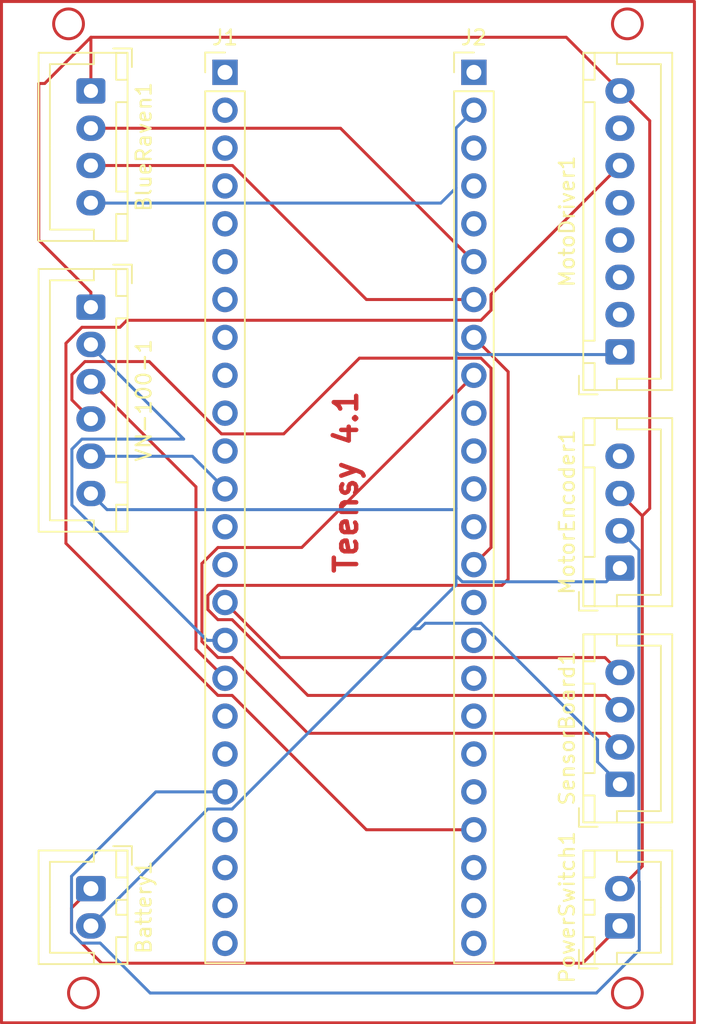
<source format=kicad_pcb>
(kicad_pcb (version 20240108) (generator "pcbnew") (generator_version "8.0")
  (layers (0 "F.Cu" signal) (31 "B.Cu" signal) (34 "B.Paste" user) (35 "F.Paste" user) (36 "B.SilkS" user "B.Silkscreen") (37 "F.SilkS" user "F.Silkscreen") (38 "B.Mask" user) (39 "F.Mask" user) (44 "Edge.Cuts" user))
  (net 0 "")
  (net 21 "GND")
  (net 31 "Net-(J1-Pin_17)")
  (net 32 "Net-(J1-Pin_15)")
  (net 33 "Net-(J1-Pin_16)")
  (net 34 "Net-(J2-Pin_9)")
  (net 35 "Net-(J2-Pin_8)")
  (net 36 "Net-(BlueRaven1-Pin_3)")
  (net 37 "Net-(BlueRaven1-Pin_2)")
  (net 38 "Net-(BlueRaven1-Pin_1)")
  (net 39 "Net-(MotoDriver1-Pin_3)")
  (net 40 "Net-(MotoDriver1-Pin_5)")
  (net 41 "Net-(MotoDriver1-Pin_4)")
  (net 42 "Net-(MotoDriver1-Pin_2)")
  (net 43 "+5V")
  (net 44 "Net-(J1-Pin_21)")
  (net 45 "Net-(J1-Pin_12)")
  (net 46 "Net-(J1-Pin_20)")
  (net 47 "Net-(J2-Pin_4)")
  (net 48 "Net-(J2-Pin_21)")
  (net 49 "Net-(J2-Pin_14)")
  (net 50 "Net-(J2-Pin_24)")
  (net 51 "Net-(J2-Pin_12)")
  (net 52 "Net-(J2-Pin_20)")
  (net 53 "Net-(J2-Pin_13)")
  (footprint "Connector_JST:JST_XH_B4B-XH-A_1x04_P2.50mm_Vertical" (layer "F.Cu") (at 141 73 -90)
    (property "Reference" "BlueRaven1" (at 3.75 -3.55 90) (layer "F.SilkS"))
    (property "Value" "Conn_01x04")
    (fp_line (start -2.56 3.51) (end 10.06 3.51) (stroke (width 0.12)) (layer "F.SilkS"))
    (fp_line (start 10.06 3.51) (end 10.06 -2.46) (stroke (width 0.12)) (layer "F.SilkS"))
    (fp_line (start -1.8 2.75) (end 3.75 2.75) (stroke (width 0.12)) (layer "F.SilkS"))
    (fp_line (start 9.3 2.75) (end 3.75 2.75) (stroke (width 0.12)) (layer "F.SilkS"))
    (fp_line (start -2.55 -0.2) (end -1.8 -0.2) (stroke (width 0.12)) (layer "F.SilkS"))
    (fp_line (start -1.8 -0.2) (end -1.8 2.75) (stroke (width 0.12)) (layer "F.SilkS"))
    (fp_line (start 9.3 -0.2) (end 9.3 2.75) (stroke (width 0.12)) (layer "F.SilkS"))
    (fp_line (start 10.05 -0.2) (end 9.3 -0.2) (stroke (width 0.12)) (layer "F.SilkS"))
    (fp_line (start -2.55 -1.7) (end -0.75 -1.7) (stroke (width 0.12)) (layer "F.SilkS"))
    (fp_line (start -0.75 -1.7) (end -0.75 -2.45) (stroke (width 0.12)) (layer "F.SilkS"))
    (fp_line (start 0.75 -1.7) (end 6.75 -1.7) (stroke (width 0.12)) (layer "F.SilkS"))
    (fp_line (start 6.75 -1.7) (end 6.75 -2.45) (stroke (width 0.12)) (layer "F.SilkS"))
    (fp_line (start 8.25 -1.7) (end 10.05 -1.7) (stroke (width 0.12)) (layer "F.SilkS"))
    (fp_line (start 10.05 -1.7) (end 10.05 -2.45) (stroke (width 0.12)) (layer "F.SilkS"))
    (fp_line (start -2.55 -2.45) (end -2.55 -1.7) (stroke (width 0.12)) (layer "F.SilkS"))
    (fp_line (start -0.75 -2.45) (end -2.55 -2.45) (stroke (width 0.12)) (layer "F.SilkS"))
    (fp_line (start 0.75 -2.45) (end 0.75 -1.7) (stroke (width 0.12)) (layer "F.SilkS"))
    (fp_line (start 6.75 -2.45) (end 0.75 -2.45) (stroke (width 0.12)) (layer "F.SilkS"))
    (fp_line (start 8.25 -2.45) (end 8.25 -1.7) (stroke (width 0.12)) (layer "F.SilkS"))
    (fp_line (start 10.05 -2.45) (end 8.25 -2.45) (stroke (width 0.12)) (layer "F.SilkS"))
    (fp_line (start -2.56 -2.46) (end -2.56 3.51) (stroke (width 0.12)) (layer "F.SilkS"))
    (fp_line (start 10.06 -2.46) (end -2.56 -2.46) (stroke (width 0.12)) (layer "F.SilkS"))
    (fp_line (start -2.85 -2.75) (end -2.85 -1.5) (stroke (width 0.12)) (layer "F.SilkS"))
    (fp_line (start -1.6 -2.75) (end -2.85 -2.75) (stroke (width 0.12)) (layer "F.SilkS"))
    (pad "1" thru_hole roundrect (at 0 0 270) (size 1.7 1.95) (drill 0.95) (layers "*.Cu" "*.Mask") (roundrect_rratio 0.147059) (net 38 "Net-(BlueRaven1-Pin_1)"))
    (pad "2" thru_hole oval (at 2.5 0 270) (size 1.7 1.95) (drill 0.95) (layers "*.Cu" "*.Mask") (net 37 "Net-(BlueRaven1-Pin_2)"))
    (pad "3" thru_hole oval (at 5 0 270) (size 1.7 1.95) (drill 0.95) (layers "*.Cu" "*.Mask") (net 36 "Net-(BlueRaven1-Pin_3)"))
    (pad "4" thru_hole oval (at 7.5 0 270) (size 1.7 1.95) (drill 0.95) (layers "*.Cu" "*.Mask") (net 21 "GND"))
  )
  (footprint "Connector_PinHeader_2.54mm:PinHeader_1x24_P2.54mm_Vertical" (layer "F.Cu") (at 150 71.75)
    (property "Reference" "J1" (at 0 -2.33 0) (layer "F.SilkS"))
    (property "Value" "Conn_01x24_Socket")
    (fp_line (start -1.33 -1.33) (end 0 -1.33) (stroke (width 0.12)) (layer "F.SilkS"))
    (fp_line (start -1.33 0) (end -1.33 -1.33) (stroke (width 0.12)) (layer "F.SilkS"))
    (fp_line (start -1.33 1.27) (end -1.33 59.75) (stroke (width 0.12)) (layer "F.SilkS"))
    (fp_line (start -1.33 1.27) (end 1.33 1.27) (stroke (width 0.12)) (layer "F.SilkS"))
    (fp_line (start -1.33 59.75) (end 1.33 59.75) (stroke (width 0.12)) (layer "F.SilkS"))
    (fp_line (start 1.33 1.27) (end 1.33 59.75) (stroke (width 0.12)) (layer "F.SilkS"))
    (pad "1" thru_hole rect (at 0 0) (size 1.7 1.7) (drill 1) (layers "*.Cu" "*.Mask"))
    (pad "2" thru_hole oval (at 0 2.54) (size 1.7 1.7) (drill 1) (layers "*.Cu" "*.Mask"))
    (pad "3" thru_hole oval (at 0 5.08) (size 1.7 1.7) (drill 1) (layers "*.Cu" "*.Mask"))
    (pad "4" thru_hole oval (at 0 7.62) (size 1.7 1.7) (drill 1) (layers "*.Cu" "*.Mask"))
    (pad "5" thru_hole oval (at 0 10.16) (size 1.7 1.7) (drill 1) (layers "*.Cu" "*.Mask"))
    (pad "6" thru_hole oval (at 0 12.7) (size 1.7 1.7) (drill 1) (layers "*.Cu" "*.Mask"))
    (pad "7" thru_hole oval (at 0 15.24) (size 1.7 1.7) (drill 1) (layers "*.Cu" "*.Mask"))
    (pad "8" thru_hole oval (at 0 17.78) (size 1.7 1.7) (drill 1) (layers "*.Cu" "*.Mask"))
    (pad "9" thru_hole oval (at 0 20.32) (size 1.7 1.7) (drill 1) (layers "*.Cu" "*.Mask"))
    (pad "10" thru_hole oval (at 0 22.86) (size 1.7 1.7) (drill 1) (layers "*.Cu" "*.Mask"))
    (pad "11" thru_hole oval (at 0 25.4) (size 1.7 1.7) (drill 1) (layers "*.Cu" "*.Mask"))
    (pad "12" thru_hole oval (at 0 27.94) (size 1.7 1.7) (drill 1) (layers "*.Cu" "*.Mask") (net 45 "Net-(J1-Pin_12)"))
    (pad "13" thru_hole oval (at 0 30.48) (size 1.7 1.7) (drill 1) (layers "*.Cu" "*.Mask"))
    (pad "14" thru_hole oval (at 0 33.02) (size 1.7 1.7) (drill 1) (layers "*.Cu" "*.Mask"))
    (pad "15" thru_hole oval (at 0 35.56) (size 1.7 1.7) (drill 1) (layers "*.Cu" "*.Mask") (net 32 "Net-(J1-Pin_15)"))
    (pad "16" thru_hole oval (at 0 38.1) (size 1.7 1.7) (drill 1) (layers "*.Cu" "*.Mask") (net 33 "Net-(J1-Pin_16)"))
    (pad "17" thru_hole oval (at 0 40.64) (size 1.7 1.7) (drill 1) (layers "*.Cu" "*.Mask") (net 31 "Net-(J1-Pin_17)"))
    (pad "18" thru_hole oval (at 0 43.18) (size 1.7 1.7) (drill 1) (layers "*.Cu" "*.Mask"))
    (pad "19" thru_hole oval (at 0 45.72) (size 1.7 1.7) (drill 1) (layers "*.Cu" "*.Mask"))
    (pad "20" thru_hole oval (at 0 48.26) (size 1.7 1.7) (drill 1) (layers "*.Cu" "*.Mask") (net 46 "Net-(J1-Pin_20)"))
    (pad "21" thru_hole oval (at 0 50.8) (size 1.7 1.7) (drill 1) (layers "*.Cu" "*.Mask") (net 44 "Net-(J1-Pin_21)"))
    (pad "22" thru_hole oval (at 0 53.34) (size 1.7 1.7) (drill 1) (layers "*.Cu" "*.Mask"))
    (pad "23" thru_hole oval (at 0 55.88) (size 1.7 1.7) (drill 1) (layers "*.Cu" "*.Mask"))
    (pad "24" thru_hole oval (at 0 58.42) (size 1.7 1.7) (drill 1) (layers "*.Cu" "*.Mask"))
  )
  (footprint "Connector_JST:JST_XH_B6B-XH-A_1x06_P2.50mm_Vertical" (layer "F.Cu") (at 141 87.5 -90)
    (property "Reference" "VN-100-1" (at 6.25 -3.55 90) (layer "F.SilkS"))
    (property "Value" "Conn_01x06")
    (fp_line (start -2.56 3.51) (end 15.06 3.51) (stroke (width 0.12)) (layer "F.SilkS"))
    (fp_line (start 15.06 3.51) (end 15.06 -2.46) (stroke (width 0.12)) (layer "F.SilkS"))
    (fp_line (start -1.8 2.75) (end 6.25 2.75) (stroke (width 0.12)) (layer "F.SilkS"))
    (fp_line (start 14.3 2.75) (end 6.25 2.75) (stroke (width 0.12)) (layer "F.SilkS"))
    (fp_line (start -2.55 -0.2) (end -1.8 -0.2) (stroke (width 0.12)) (layer "F.SilkS"))
    (fp_line (start -1.8 -0.2) (end -1.8 2.75) (stroke (width 0.12)) (layer "F.SilkS"))
    (fp_line (start 14.3 -0.2) (end 14.3 2.75) (stroke (width 0.12)) (layer "F.SilkS"))
    (fp_line (start 15.05 -0.2) (end 14.3 -0.2) (stroke (width 0.12)) (layer "F.SilkS"))
    (fp_line (start -2.55 -1.7) (end -0.75 -1.7) (stroke (width 0.12)) (layer "F.SilkS"))
    (fp_line (start -0.75 -1.7) (end -0.75 -2.45) (stroke (width 0.12)) (layer "F.SilkS"))
    (fp_line (start 0.75 -1.7) (end 11.75 -1.7) (stroke (width 0.12)) (layer "F.SilkS"))
    (fp_line (start 11.75 -1.7) (end 11.75 -2.45) (stroke (width 0.12)) (layer "F.SilkS"))
    (fp_line (start 13.25 -1.7) (end 15.05 -1.7) (stroke (width 0.12)) (layer "F.SilkS"))
    (fp_line (start 15.05 -1.7) (end 15.05 -2.45) (stroke (width 0.12)) (layer "F.SilkS"))
    (fp_line (start -2.55 -2.45) (end -2.55 -1.7) (stroke (width 0.12)) (layer "F.SilkS"))
    (fp_line (start -0.75 -2.45) (end -2.55 -2.45) (stroke (width 0.12)) (layer "F.SilkS"))
    (fp_line (start 0.75 -2.45) (end 0.75 -1.7) (stroke (width 0.12)) (layer "F.SilkS"))
    (fp_line (start 11.75 -2.45) (end 0.75 -2.45) (stroke (width 0.12)) (layer "F.SilkS"))
    (fp_line (start 13.25 -2.45) (end 13.25 -1.7) (stroke (width 0.12)) (layer "F.SilkS"))
    (fp_line (start 15.05 -2.45) (end 13.25 -2.45) (stroke (width 0.12)) (layer "F.SilkS"))
    (fp_line (start -2.56 -2.46) (end -2.56 3.51) (stroke (width 0.12)) (layer "F.SilkS"))
    (fp_line (start 15.06 -2.46) (end -2.56 -2.46) (stroke (width 0.12)) (layer "F.SilkS"))
    (fp_line (start -2.85 -2.75) (end -2.85 -1.5) (stroke (width 0.12)) (layer "F.SilkS"))
    (fp_line (start -1.6 -2.75) (end -2.85 -2.75) (stroke (width 0.12)) (layer "F.SilkS"))
    (pad "1" thru_hole roundrect (at 0 0 270) (size 1.7 1.95) (drill 0.95) (layers "*.Cu" "*.Mask") (roundrect_rratio 0.147059) (net 38 "Net-(BlueRaven1-Pin_1)"))
    (pad "2" thru_hole oval (at 2.5 0 270) (size 1.7 1.95) (drill 0.95) (layers "*.Cu" "*.Mask") (net 33 "Net-(J1-Pin_16)"))
    (pad "3" thru_hole oval (at 5 0 270) (size 1.7 1.95) (drill 0.95) (layers "*.Cu" "*.Mask") (net 31 "Net-(J1-Pin_17)"))
    (pad "4" thru_hole oval (at 7.5 0 270) (size 1.7 1.95) (drill 0.95) (layers "*.Cu" "*.Mask") (net 49 "Net-(J2-Pin_14)"))
    (pad "5" thru_hole oval (at 10 0 270) (size 1.7 1.95) (drill 0.95) (layers "*.Cu" "*.Mask") (net 45 "Net-(J1-Pin_12)"))
    (pad "6" thru_hole oval (at 12.5 0 270) (size 1.7 1.95) (drill 0.95) (layers "*.Cu" "*.Mask") (net 21 "GND"))
  )
  (footprint "Connector_JST:JST_XH_B2B-XH-A_1x02_P2.50mm_Vertical" (layer "F.Cu") (at 176.5 129 90)
    (property "Reference" "PowerSwitch1" (at 1.25 -3.55 90) (layer "F.SilkS"))
    (property "Value" "Conn_01x02")
    (fp_line (start -1.6 -2.75) (end -2.85 -2.75) (stroke (width 0.12)) (layer "F.SilkS"))
    (fp_line (start -2.85 -2.75) (end -2.85 -1.5) (stroke (width 0.12)) (layer "F.SilkS"))
    (fp_line (start 5.06 -2.46) (end -2.56 -2.46) (stroke (width 0.12)) (layer "F.SilkS"))
    (fp_line (start -2.56 -2.46) (end -2.56 3.51) (stroke (width 0.12)) (layer "F.SilkS"))
    (fp_line (start 5.05 -2.45) (end 3.25 -2.45) (stroke (width 0.12)) (layer "F.SilkS"))
    (fp_line (start 3.25 -2.45) (end 3.25 -1.7) (stroke (width 0.12)) (layer "F.SilkS"))
    (fp_line (start 1.75 -2.45) (end 0.75 -2.45) (stroke (width 0.12)) (layer "F.SilkS"))
    (fp_line (start 0.75 -2.45) (end 0.75 -1.7) (stroke (width 0.12)) (layer "F.SilkS"))
    (fp_line (start -0.75 -2.45) (end -2.55 -2.45) (stroke (width 0.12)) (layer "F.SilkS"))
    (fp_line (start -2.55 -2.45) (end -2.55 -1.7) (stroke (width 0.12)) (layer "F.SilkS"))
    (fp_line (start 5.05 -1.7) (end 5.05 -2.45) (stroke (width 0.12)) (layer "F.SilkS"))
    (fp_line (start 3.25 -1.7) (end 5.05 -1.7) (stroke (width 0.12)) (layer "F.SilkS"))
    (fp_line (start 1.75 -1.7) (end 1.75 -2.45) (stroke (width 0.12)) (layer "F.SilkS"))
    (fp_line (start 0.75 -1.7) (end 1.75 -1.7) (stroke (width 0.12)) (layer "F.SilkS"))
    (fp_line (start -0.75 -1.7) (end -0.75 -2.45) (stroke (width 0.12)) (layer "F.SilkS"))
    (fp_line (start -2.55 -1.7) (end -0.75 -1.7) (stroke (width 0.12)) (layer "F.SilkS"))
    (fp_line (start 5.05 -0.2) (end 4.3 -0.2) (stroke (width 0.12)) (layer "F.SilkS"))
    (fp_line (start 4.3 -0.2) (end 4.3 2.75) (stroke (width 0.12)) (layer "F.SilkS"))
    (fp_line (start -1.8 -0.2) (end -1.8 2.75) (stroke (width 0.12)) (layer "F.SilkS"))
    (fp_line (start -2.55 -0.2) (end -1.8 -0.2) (stroke (width 0.12)) (layer "F.SilkS"))
    (fp_line (start 4.3 2.75) (end 1.25 2.75) (stroke (width 0.12)) (layer "F.SilkS"))
    (fp_line (start -1.8 2.75) (end 1.25 2.75) (stroke (width 0.12)) (layer "F.SilkS"))
    (fp_line (start 5.06 3.51) (end 5.06 -2.46) (stroke (width 0.12)) (layer "F.SilkS"))
    (fp_line (start -2.56 3.51) (end 5.06 3.51) (stroke (width 0.12)) (layer "F.SilkS"))
    (pad "1" thru_hole roundrect (at 0 0 90) (size 1.7 2) (drill 1) (layers "*.Cu" "*.Mask") (roundrect_rratio 0.147059) (net 43 "+5V"))
    (pad "2" thru_hole oval (at 2.5 0 90) (size 1.7 2) (drill 1) (layers "*.Cu" "*.Mask") (net 38 "Net-(BlueRaven1-Pin_1)"))
  )
  (footprint "Connector_JST:JST_XH_B4B-XH-A_1x04_P2.50mm_Vertical" (layer "F.Cu") (at 176.5 119.5 90)
    (property "Reference" "SensorBoard1" (at 3.75 -3.55 90) (layer "F.SilkS"))
    (property "Value" "Conn_01x04")
    (fp_line (start -1.6 -2.75) (end -2.85 -2.75) (stroke (width 0.12)) (layer "F.SilkS"))
    (fp_line (start -2.85 -2.75) (end -2.85 -1.5) (stroke (width 0.12)) (layer "F.SilkS"))
    (fp_line (start 10.06 -2.46) (end -2.56 -2.46) (stroke (width 0.12)) (layer "F.SilkS"))
    (fp_line (start -2.56 -2.46) (end -2.56 3.51) (stroke (width 0.12)) (layer "F.SilkS"))
    (fp_line (start 10.05 -2.45) (end 8.25 -2.45) (stroke (width 0.12)) (layer "F.SilkS"))
    (fp_line (start 8.25 -2.45) (end 8.25 -1.7) (stroke (width 0.12)) (layer "F.SilkS"))
    (fp_line (start 6.75 -2.45) (end 0.75 -2.45) (stroke (width 0.12)) (layer "F.SilkS"))
    (fp_line (start 0.75 -2.45) (end 0.75 -1.7) (stroke (width 0.12)) (layer "F.SilkS"))
    (fp_line (start -0.75 -2.45) (end -2.55 -2.45) (stroke (width 0.12)) (layer "F.SilkS"))
    (fp_line (start -2.55 -2.45) (end -2.55 -1.7) (stroke (width 0.12)) (layer "F.SilkS"))
    (fp_line (start 10.05 -1.7) (end 10.05 -2.45) (stroke (width 0.12)) (layer "F.SilkS"))
    (fp_line (start 8.25 -1.7) (end 10.05 -1.7) (stroke (width 0.12)) (layer "F.SilkS"))
    (fp_line (start 6.75 -1.7) (end 6.75 -2.45) (stroke (width 0.12)) (layer "F.SilkS"))
    (fp_line (start 0.75 -1.7) (end 6.75 -1.7) (stroke (width 0.12)) (layer "F.SilkS"))
    (fp_line (start -0.75 -1.7) (end -0.75 -2.45) (stroke (width 0.12)) (layer "F.SilkS"))
    (fp_line (start -2.55 -1.7) (end -0.75 -1.7) (stroke (width 0.12)) (layer "F.SilkS"))
    (fp_line (start 10.05 -0.2) (end 9.3 -0.2) (stroke (width 0.12)) (layer "F.SilkS"))
    (fp_line (start 9.3 -0.2) (end 9.3 2.75) (stroke (width 0.12)) (layer "F.SilkS"))
    (fp_line (start -1.8 -0.2) (end -1.8 2.75) (stroke (width 0.12)) (layer "F.SilkS"))
    (fp_line (start -2.55 -0.2) (end -1.8 -0.2) (stroke (width 0.12)) (layer "F.SilkS"))
    (fp_line (start 9.3 2.75) (end 3.75 2.75) (stroke (width 0.12)) (layer "F.SilkS"))
    (fp_line (start -1.8 2.75) (end 3.75 2.75) (stroke (width 0.12)) (layer "F.SilkS"))
    (fp_line (start 10.06 3.51) (end 10.06 -2.46) (stroke (width 0.12)) (layer "F.SilkS"))
    (fp_line (start -2.56 3.51) (end 10.06 3.51) (stroke (width 0.12)) (layer "F.SilkS"))
    (pad "1" thru_hole roundrect (at 0 0 90) (size 1.7 1.95) (drill 0.95) (layers "*.Cu" "*.Mask") (roundrect_rratio 0.147059) (net 21 "GND"))
    (pad "2" thru_hole oval (at 2.5 0 90) (size 1.7 1.95) (drill 0.95) (layers "*.Cu" "*.Mask") (net 34 "Net-(J2-Pin_9)"))
    (pad "3" thru_hole oval (at 5 0 90) (size 1.7 1.95) (drill 0.95) (layers "*.Cu" "*.Mask") (net 35 "Net-(J2-Pin_8)"))
    (pad "4" thru_hole oval (at 7.5 0 90) (size 1.7 1.95) (drill 0.95) (layers "*.Cu" "*.Mask") (net 32 "Net-(J1-Pin_15)"))
  )
  (footprint "Connector_JST:JST_XH_B4B-XH-A_1x04_P2.50mm_Vertical" (layer "F.Cu") (at 176.5 105 90)
    (property "Reference" "MotorEncoder1" (at 3.75 -3.55 90) (layer "F.SilkS"))
    (property "Value" "Conn_01x04")
    (fp_line (start -1.6 -2.75) (end -2.85 -2.75) (stroke (width 0.12)) (layer "F.SilkS"))
    (fp_line (start -2.85 -2.75) (end -2.85 -1.5) (stroke (width 0.12)) (layer "F.SilkS"))
    (fp_line (start 10.06 -2.46) (end -2.56 -2.46) (stroke (width 0.12)) (layer "F.SilkS"))
    (fp_line (start -2.56 -2.46) (end -2.56 3.51) (stroke (width 0.12)) (layer "F.SilkS"))
    (fp_line (start 10.05 -2.45) (end 8.25 -2.45) (stroke (width 0.12)) (layer "F.SilkS"))
    (fp_line (start 8.25 -2.45) (end 8.25 -1.7) (stroke (width 0.12)) (layer "F.SilkS"))
    (fp_line (start 6.75 -2.45) (end 0.75 -2.45) (stroke (width 0.12)) (layer "F.SilkS"))
    (fp_line (start 0.75 -2.45) (end 0.75 -1.7) (stroke (width 0.12)) (layer "F.SilkS"))
    (fp_line (start -0.75 -2.45) (end -2.55 -2.45) (stroke (width 0.12)) (layer "F.SilkS"))
    (fp_line (start -2.55 -2.45) (end -2.55 -1.7) (stroke (width 0.12)) (layer "F.SilkS"))
    (fp_line (start 10.05 -1.7) (end 10.05 -2.45) (stroke (width 0.12)) (layer "F.SilkS"))
    (fp_line (start 8.25 -1.7) (end 10.05 -1.7) (stroke (width 0.12)) (layer "F.SilkS"))
    (fp_line (start 6.75 -1.7) (end 6.75 -2.45) (stroke (width 0.12)) (layer "F.SilkS"))
    (fp_line (start 0.75 -1.7) (end 6.75 -1.7) (stroke (width 0.12)) (layer "F.SilkS"))
    (fp_line (start -0.75 -1.7) (end -0.75 -2.45) (stroke (width 0.12)) (layer "F.SilkS"))
    (fp_line (start -2.55 -1.7) (end -0.75 -1.7) (stroke (width 0.12)) (layer "F.SilkS"))
    (fp_line (start 10.05 -0.2) (end 9.3 -0.2) (stroke (width 0.12)) (layer "F.SilkS"))
    (fp_line (start 9.3 -0.2) (end 9.3 2.75) (stroke (width 0.12)) (layer "F.SilkS"))
    (fp_line (start -1.8 -0.2) (end -1.8 2.75) (stroke (width 0.12)) (layer "F.SilkS"))
    (fp_line (start -2.55 -0.2) (end -1.8 -0.2) (stroke (width 0.12)) (layer "F.SilkS"))
    (fp_line (start 9.3 2.75) (end 3.75 2.75) (stroke (width 0.12)) (layer "F.SilkS"))
    (fp_line (start -1.8 2.75) (end 3.75 2.75) (stroke (width 0.12)) (layer "F.SilkS"))
    (fp_line (start 10.06 3.51) (end 10.06 -2.46) (stroke (width 0.12)) (layer "F.SilkS"))
    (fp_line (start -2.56 3.51) (end 10.06 3.51) (stroke (width 0.12)) (layer "F.SilkS"))
    (pad "1" thru_hole roundrect (at 0 0 90) (size 1.7 1.95) (drill 0.95) (layers "*.Cu" "*.Mask") (roundrect_rratio 0.147059) (net 21 "GND"))
    (pad "2" thru_hole oval (at 2.5 0 90) (size 1.7 1.95) (drill 0.95) (layers "*.Cu" "*.Mask") (net 46 "Net-(J1-Pin_20)"))
    (pad "3" thru_hole oval (at 5 0 90) (size 1.7 1.95) (drill 0.95) (layers "*.Cu" "*.Mask") (net 38 "Net-(BlueRaven1-Pin_1)"))
    (pad "4" thru_hole oval (at 7.5 0 90) (size 1.7 1.95) (drill 0.95) (layers "*.Cu" "*.Mask") (net 44 "Net-(J1-Pin_21)"))
  )
  (footprint "Connector_PinHeader_2.54mm:PinHeader_1x24_P2.54mm_Vertical" (layer "F.Cu") (at 166.7 71.75)
    (property "Reference" "J2" (at 0 -2.33 0) (layer "F.SilkS"))
    (property "Value" "Conn_01x24_Socket")
    (fp_line (start -1.33 -1.33) (end 0 -1.33) (stroke (width 0.12)) (layer "F.SilkS"))
    (fp_line (start -1.33 0) (end -1.33 -1.33) (stroke (width 0.12)) (layer "F.SilkS"))
    (fp_line (start -1.33 1.27) (end -1.33 59.75) (stroke (width 0.12)) (layer "F.SilkS"))
    (fp_line (start -1.33 1.27) (end 1.33 1.27) (stroke (width 0.12)) (layer "F.SilkS"))
    (fp_line (start -1.33 59.75) (end 1.33 59.75) (stroke (width 0.12)) (layer "F.SilkS"))
    (fp_line (start 1.33 1.27) (end 1.33 59.75) (stroke (width 0.12)) (layer "F.SilkS"))
    (pad "1" thru_hole rect (at 0 0) (size 1.7 1.7) (drill 1) (layers "*.Cu" "*.Mask") (net 38 "Net-(BlueRaven1-Pin_1)"))
    (pad "2" thru_hole oval (at 0 2.54) (size 1.7 1.7) (drill 1) (layers "*.Cu" "*.Mask") (net 21 "GND"))
    (pad "3" thru_hole oval (at 0 5.08) (size 1.7 1.7) (drill 1) (layers "*.Cu" "*.Mask"))
    (pad "4" thru_hole oval (at 0 7.62) (size 1.7 1.7) (drill 1) (layers "*.Cu" "*.Mask") (net 47 "Net-(J2-Pin_4)"))
    (pad "5" thru_hole oval (at 0 10.16) (size 1.7 1.7) (drill 1) (layers "*.Cu" "*.Mask"))
    (pad "6" thru_hole oval (at 0 12.7) (size 1.7 1.7) (drill 1) (layers "*.Cu" "*.Mask") (net 37 "Net-(BlueRaven1-Pin_2)"))
    (pad "7" thru_hole oval (at 0 15.24) (size 1.7 1.7) (drill 1) (layers "*.Cu" "*.Mask") (net 36 "Net-(BlueRaven1-Pin_3)"))
    (pad "8" thru_hole oval (at 0 17.78) (size 1.7 1.7) (drill 1) (layers "*.Cu" "*.Mask") (net 35 "Net-(J2-Pin_8)"))
    (pad "9" thru_hole oval (at 0 20.32) (size 1.7 1.7) (drill 1) (layers "*.Cu" "*.Mask") (net 34 "Net-(J2-Pin_9)"))
    (pad "10" thru_hole oval (at 0 22.86) (size 1.7 1.7) (drill 1) (layers "*.Cu" "*.Mask"))
    (pad "11" thru_hole oval (at 0 25.4) (size 1.7 1.7) (drill 1) (layers "*.Cu" "*.Mask"))
    (pad "12" thru_hole oval (at 0 27.94) (size 1.7 1.7) (drill 1) (layers "*.Cu" "*.Mask") (net 51 "Net-(J2-Pin_12)"))
    (pad "13" thru_hole oval (at 0 30.48) (size 1.7 1.7) (drill 1) (layers "*.Cu" "*.Mask") (net 53 "Net-(J2-Pin_13)"))
    (pad "14" thru_hole oval (at 0 33.02) (size 1.7 1.7) (drill 1) (layers "*.Cu" "*.Mask") (net 49 "Net-(J2-Pin_14)"))
    (pad "15" thru_hole oval (at 0 35.56) (size 1.7 1.7) (drill 1) (layers "*.Cu" "*.Mask"))
    (pad "16" thru_hole oval (at 0 38.1) (size 1.7 1.7) (drill 1) (layers "*.Cu" "*.Mask"))
    (pad "17" thru_hole oval (at 0 40.64) (size 1.7 1.7) (drill 1) (layers "*.Cu" "*.Mask"))
    (pad "18" thru_hole oval (at 0 43.18) (size 1.7 1.7) (drill 1) (layers "*.Cu" "*.Mask"))
    (pad "19" thru_hole oval (at 0 45.72) (size 1.7 1.7) (drill 1) (layers "*.Cu" "*.Mask"))
    (pad "20" thru_hole oval (at 0 48.26) (size 1.7 1.7) (drill 1) (layers "*.Cu" "*.Mask") (net 52 "Net-(J2-Pin_20)"))
    (pad "21" thru_hole oval (at 0 50.8) (size 1.7 1.7) (drill 1) (layers "*.Cu" "*.Mask") (net 48 "Net-(J2-Pin_21)"))
    (pad "22" thru_hole oval (at 0 53.34) (size 1.7 1.7) (drill 1) (layers "*.Cu" "*.Mask"))
    (pad "23" thru_hole oval (at 0 55.88) (size 1.7 1.7) (drill 1) (layers "*.Cu" "*.Mask"))
    (pad "24" thru_hole oval (at 0 58.42) (size 1.7 1.7) (drill 1) (layers "*.Cu" "*.Mask") (net 50 "Net-(J2-Pin_24)"))
  )
  (footprint "Connector_JST:JST_XH_B8B-XH-A_1x08_P2.50mm_Vertical" (layer "F.Cu") (at 176.5 90.5 90)
    (property "Reference" "MotoDriver1" (at 8.75 -3.55 90) (layer "F.SilkS"))
    (property "Value" "Conn_01x08")
    (fp_line (start -1.6 -2.75) (end -2.85 -2.75) (stroke (width 0.12)) (layer "F.SilkS"))
    (fp_line (start -2.85 -2.75) (end -2.85 -1.5) (stroke (width 0.12)) (layer "F.SilkS"))
    (fp_line (start 20.06 -2.46) (end -2.56 -2.46) (stroke (width 0.12)) (layer "F.SilkS"))
    (fp_line (start -2.56 -2.46) (end -2.56 3.51) (stroke (width 0.12)) (layer "F.SilkS"))
    (fp_line (start 20.05 -2.45) (end 18.25 -2.45) (stroke (width 0.12)) (layer "F.SilkS"))
    (fp_line (start 18.25 -2.45) (end 18.25 -1.7) (stroke (width 0.12)) (layer "F.SilkS"))
    (fp_line (start 16.75 -2.45) (end 0.75 -2.45) (stroke (width 0.12)) (layer "F.SilkS"))
    (fp_line (start 0.75 -2.45) (end 0.75 -1.7) (stroke (width 0.12)) (layer "F.SilkS"))
    (fp_line (start -0.75 -2.45) (end -2.55 -2.45) (stroke (width 0.12)) (layer "F.SilkS"))
    (fp_line (start -2.55 -2.45) (end -2.55 -1.7) (stroke (width 0.12)) (layer "F.SilkS"))
    (fp_line (start 20.05 -1.7) (end 20.05 -2.45) (stroke (width 0.12)) (layer "F.SilkS"))
    (fp_line (start 18.25 -1.7) (end 20.05 -1.7) (stroke (width 0.12)) (layer "F.SilkS"))
    (fp_line (start 16.75 -1.7) (end 16.75 -2.45) (stroke (width 0.12)) (layer "F.SilkS"))
    (fp_line (start 0.75 -1.7) (end 16.75 -1.7) (stroke (width 0.12)) (layer "F.SilkS"))
    (fp_line (start -0.75 -1.7) (end -0.75 -2.45) (stroke (width 0.12)) (layer "F.SilkS"))
    (fp_line (start -2.55 -1.7) (end -0.75 -1.7) (stroke (width 0.12)) (layer "F.SilkS"))
    (fp_line (start 20.05 -0.2) (end 19.3 -0.2) (stroke (width 0.12)) (layer "F.SilkS"))
    (fp_line (start 19.3 -0.2) (end 19.3 2.75) (stroke (width 0.12)) (layer "F.SilkS"))
    (fp_line (start -1.8 -0.2) (end -1.8 2.75) (stroke (width 0.12)) (layer "F.SilkS"))
    (fp_line (start -2.55 -0.2) (end -1.8 -0.2) (stroke (width 0.12)) (layer "F.SilkS"))
    (fp_line (start 19.3 2.75) (end 8.75 2.75) (stroke (width 0.12)) (layer "F.SilkS"))
    (fp_line (start -1.8 2.75) (end 8.75 2.75) (stroke (width 0.12)) (layer "F.SilkS"))
    (fp_line (start 20.06 3.51) (end 20.06 -2.46) (stroke (width 0.12)) (layer "F.SilkS"))
    (fp_line (start -2.56 3.51) (end 20.06 3.51) (stroke (width 0.12)) (layer "F.SilkS"))
    (pad "1" thru_hole roundrect (at 0 0 90) (size 1.7 1.95) (drill 0.95) (layers "*.Cu" "*.Mask") (roundrect_rratio 0.147059) (net 21 "GND"))
    (pad "2" thru_hole oval (at 2.5 0 90) (size 1.7 1.95) (drill 0.95) (layers "*.Cu" "*.Mask") (net 42 "Net-(MotoDriver1-Pin_2)"))
    (pad "3" thru_hole oval (at 5 0 90) (size 1.7 1.95) (drill 0.95) (layers "*.Cu" "*.Mask") (net 39 "Net-(MotoDriver1-Pin_3)"))
    (pad "4" thru_hole oval (at 7.5 0 90) (size 1.7 1.95) (drill 0.95) (layers "*.Cu" "*.Mask") (net 41 "Net-(MotoDriver1-Pin_4)"))
    (pad "5" thru_hole oval (at 10 0 90) (size 1.7 1.95) (drill 0.95) (layers "*.Cu" "*.Mask") (net 40 "Net-(MotoDriver1-Pin_5)"))
    (pad "6" thru_hole oval (at 12.5 0 90) (size 1.7 1.95) (drill 0.95) (layers "*.Cu" "*.Mask") (net 48 "Net-(J2-Pin_21)"))
    (pad "7" thru_hole oval (at 15 0 90) (size 1.7 1.95) (drill 0.95) (layers "*.Cu" "*.Mask") (net 50 "Net-(J2-Pin_24)"))
    (pad "8" thru_hole oval (at 17.5 0 90) (size 1.7 1.95) (drill 0.95) (layers "*.Cu" "*.Mask") (net 38 "Net-(BlueRaven1-Pin_1)"))
  )
  (footprint "Connector_JST:JST_XH_B2B-XH-A_1x02_P2.50mm_Vertical" (layer "F.Cu") (at 141 126.5 -90)
    (property "Reference" "Battery1" (at 1.25 -3.55 90) (layer "F.SilkS"))
    (property "Value" "Conn_01x02")
    (fp_line (start -2.56 3.51) (end 5.06 3.51) (stroke (width 0.12)) (layer "F.SilkS"))
    (fp_line (start 5.06 3.51) (end 5.06 -2.46) (stroke (width 0.12)) (layer "F.SilkS"))
    (fp_line (start -1.8 2.75) (end 1.25 2.75) (stroke (width 0.12)) (layer "F.SilkS"))
    (fp_line (start 4.3 2.75) (end 1.25 2.75) (stroke (width 0.12)) (layer "F.SilkS"))
    (fp_line (start -2.55 -0.2) (end -1.8 -0.2) (stroke (width 0.12)) (layer "F.SilkS"))
    (fp_line (start -1.8 -0.2) (end -1.8 2.75) (stroke (width 0.12)) (layer "F.SilkS"))
    (fp_line (start 4.3 -0.2) (end 4.3 2.75) (stroke (width 0.12)) (layer "F.SilkS"))
    (fp_line (start 5.05 -0.2) (end 4.3 -0.2) (stroke (width 0.12)) (layer "F.SilkS"))
    (fp_line (start -2.55 -1.7) (end -0.75 -1.7) (stroke (width 0.12)) (layer "F.SilkS"))
    (fp_line (start -0.75 -1.7) (end -0.75 -2.45) (stroke (width 0.12)) (layer "F.SilkS"))
    (fp_line (start 0.75 -1.7) (end 1.75 -1.7) (stroke (width 0.12)) (layer "F.SilkS"))
    (fp_line (start 1.75 -1.7) (end 1.75 -2.45) (stroke (width 0.12)) (layer "F.SilkS"))
    (fp_line (start 3.25 -1.7) (end 5.05 -1.7) (stroke (width 0.12)) (layer "F.SilkS"))
    (fp_line (start 5.05 -1.7) (end 5.05 -2.45) (stroke (width 0.12)) (layer "F.SilkS"))
    (fp_line (start -2.55 -2.45) (end -2.55 -1.7) (stroke (width 0.12)) (layer "F.SilkS"))
    (fp_line (start -0.75 -2.45) (end -2.55 -2.45) (stroke (width 0.12)) (layer "F.SilkS"))
    (fp_line (start 0.75 -2.45) (end 0.75 -1.7) (stroke (width 0.12)) (layer "F.SilkS"))
    (fp_line (start 1.75 -2.45) (end 0.75 -2.45) (stroke (width 0.12)) (layer "F.SilkS"))
    (fp_line (start 3.25 -2.45) (end 3.25 -1.7) (stroke (width 0.12)) (layer "F.SilkS"))
    (fp_line (start 5.05 -2.45) (end 3.25 -2.45) (stroke (width 0.12)) (layer "F.SilkS"))
    (fp_line (start -2.56 -2.46) (end -2.56 3.51) (stroke (width 0.12)) (layer "F.SilkS"))
    (fp_line (start 5.06 -2.46) (end -2.56 -2.46) (stroke (width 0.12)) (layer "F.SilkS"))
    (fp_line (start -2.85 -2.75) (end -2.85 -1.5) (stroke (width 0.12)) (layer "F.SilkS"))
    (fp_line (start -1.6 -2.75) (end -2.85 -2.75) (stroke (width 0.12)) (layer "F.SilkS"))
    (pad "1" thru_hole roundrect (at 0 0 270) (size 1.7 2) (drill 1) (layers "*.Cu" "*.Mask") (roundrect_rratio 0.147059) (net 43 "+5V"))
    (pad "2" thru_hole oval (at 2.5 0 270) (size 1.7 2) (drill 1) (layers "*.Cu" "*.Mask") (net 21 "GND"))
  )
  (gr_circle (center 177 68.5) (end 178 68.5) (stroke (width 0.2)) (fill none) (layer "F.Cu"))
  (gr_circle (center 177 133.5) (end 178 133.5) (stroke (width 0.2)) (fill none) (layer "F.Cu"))
  (gr_rect (start 135 67) (end 181.5 135.5) (stroke (width 0.2)) (fill none) (layer "F.Cu") (net 38))
  (gr_circle (center 139.5 68.5) (end 138.5 68.5) (stroke (width 0.2)) (fill none) (layer "F.Cu") (net 38))
  (gr_circle (center 140.5 133.5) (end 139.5 133.5) (stroke (width 0.2)) (fill none) (layer "F.Cu"))
  (gr_text "Teensy 4.1" (at 159 105.5 90) (layer "F.Cu") (effects (font (size 1.5 1.5) (thickness 0.3) (bold yes)) (justify left bottom)))
  (segment (start 165.5 105.5) (end 165.5 101) (width 0.2) (layer "B.Cu") (net 21))
  (segment (start 176.5 105) (end 175.58 105.92) (width 0.2) (layer "B.Cu") (net 21))
  (segment (start 165.5 79.5) (end 165.5 75.49) (width 0.2) (layer "B.Cu") (net 21))
  (segment (start 165.5 90.5) (end 165.5 79.5) (width 0.2) (layer "B.Cu") (net 21))
  (segment (start 165.42 101.08) (end 165.5 101) (width 0.2) (layer "B.Cu") (net 21))
  (segment (start 141.02 80.52) (end 164.48 80.52) (width 0.2) (layer "B.Cu") (net 21))
  (segment (start 148.84 121.16) (end 150.476346 121.16) (width 0.2) (layer "B.Cu") (net 21))
  (segment (start 162.568173 109.068173) (end 165.5 106.136346) (width 0.2) (layer "B.Cu") (net 21))
  (segment (start 141 80.5) (end 141.02 80.52) (width 0.2) (layer "B.Cu") (net 21))
  (segment (start 164.48 80.52) (end 165.5 79.5) (width 0.2) (layer "B.Cu") (net 21))
  (segment (start 175 116.523654) (end 175 118) (width 0.2) (layer "B.Cu") (net 21))
  (segment (start 141 100) (end 142.08 101.08) (width 0.2) (layer "B.Cu") (net 21))
  (segment (start 165.68 90.68) (end 165.5 90.5) (width 0.2) (layer "B.Cu") (net 21))
  (segment (start 163.436346 108.7) (end 167.176346 108.7) (width 0.2) (layer "B.Cu") (net 21))
  (segment (start 176.5 90.5) (end 176.32 90.68) (width 0.2) (layer "B.Cu") (net 21))
  (segment (start 165.5 75.49) (end 166.7 74.29) (width 0.2) (layer "B.Cu") (net 21))
  (segment (start 142.08 101.08) (end 165.42 101.08) (width 0.2) (layer "B.Cu") (net 21))
  (segment (start 176.32 90.68) (end 165.68 90.68) (width 0.2) (layer "B.Cu") (net 21))
  (segment (start 165.92 105.92) (end 165.5 105.5) (width 0.2) (layer "B.Cu") (net 21))
  (segment (start 163.068173 109.068173) (end 163.436346 108.7) (width 0.2) (layer "B.Cu") (net 21))
  (segment (start 141 129) (end 148.84 121.16) (width 0.2) (layer "B.Cu") (net 21))
  (segment (start 167.176346 108.7) (end 175 116.523654) (width 0.2) (layer "B.Cu") (net 21))
  (segment (start 175 118) (end 176.5 119.5) (width 0.2) (layer "B.Cu") (net 21))
  (segment (start 165.5 101) (end 165.5 90.5) (width 0.2) (layer "B.Cu") (net 21))
  (segment (start 175.58 105.92) (end 165.92 105.92) (width 0.2) (layer "B.Cu") (net 21))
  (segment (start 150.476346 121.16) (end 162.568173 109.068173) (width 0.2) (layer "B.Cu") (net 21))
  (segment (start 165.5 106.136346) (end 165.5 105.5) (width 0.2) (layer "B.Cu") (net 21))
  (segment (start 162.568173 109.068173) (end 163.068173 109.068173) (width 0.2) (layer "B.Cu") (net 21))
  (segment (start 148.05 99.55) (end 148.05 110.44) (width 0.2) (layer "F.Cu") (net 31))
  (segment (start 148.05 110.44) (end 150 112.39) (width 0.2) (layer "F.Cu") (net 31))
  (segment (start 141 92.5) (end 148.05 99.55) (width 0.2) (layer "F.Cu") (net 31))
  (segment (start 153.69 111) (end 150 107.31) (width 0.2) (layer "F.Cu") (net 32))
  (segment (start 175.5 111) (end 153.69 111) (width 0.2) (layer "F.Cu") (net 32))
  (segment (start 176.5 112) (end 175.5 111) (width 0.2) (layer "F.Cu") (net 32))
  (segment (start 140.398654 96.35) (end 139.725 97.023654) (width 0.2) (layer "B.Cu") (net 33))
  (segment (start 147.225 96.35) (end 140.398654 96.35) (width 0.2) (layer "B.Cu") (net 33))
  (segment (start 141 90.125) (end 147.225 96.35) (width 0.2) (layer "B.Cu") (net 33))
  (segment (start 141 90) (end 141 90.125) (width 0.2) (layer "B.Cu") (net 33))
  (segment (start 139.725 100.777081) (end 148.797919 109.85) (width 0.2) (layer "B.Cu") (net 33))
  (segment (start 148.797919 109.85) (end 150 109.85) (width 0.2) (layer "B.Cu") (net 33))
  (segment (start 139.725 97.023654) (end 139.725 100.777081) (width 0.2) (layer "B.Cu") (net 33))
  (segment (start 155.556346 116.08) (end 150.476346 111) (width 0.2) (layer "F.Cu") (net 34))
  (segment (start 150.476346 111) (end 149.523654 111) (width 0.2) (layer "F.Cu") (net 34))
  (segment (start 149.523654 111) (end 148.45 109.926346) (width 0.2) (layer "F.Cu") (net 34))
  (segment (start 176.5 117) (end 175.58 116.08) (width 0.2) (layer "F.Cu") (net 34))
  (segment (start 149.523654 103.62) (end 155.15 103.62) (width 0.2) (layer "F.Cu") (net 34))
  (segment (start 148.45 104.693654) (end 149.523654 103.62) (width 0.2) (layer "F.Cu") (net 34))
  (segment (start 148.45 109.926346) (end 148.45 104.693654) (width 0.2) (layer "F.Cu") (net 34))
  (segment (start 175.58 116.08) (end 155.556346 116.08) (width 0.2) (layer "F.Cu") (net 34))
  (segment (start 155.15 103.62) (end 166.7 92.07) (width 0.2) (layer "F.Cu") (net 34))
  (segment (start 169 91.83) (end 166.7 89.53) (width 0.2) (layer "F.Cu") (net 35))
  (segment (start 176.5 114.5) (end 175.54 113.54) (width 0.2) (layer "F.Cu") (net 35))
  (segment (start 149.523654 106.16) (end 168.588654 106.16) (width 0.2) (layer "F.Cu") (net 35))
  (segment (start 168.588654 106.16) (end 169 105.748654) (width 0.2) (layer "F.Cu") (net 35))
  (segment (start 149.523654 108.46) (end 148.85 107.786346) (width 0.2) (layer "F.Cu") (net 35))
  (segment (start 175.54 113.54) (end 155.556346 113.54) (width 0.2) (layer "F.Cu") (net 35))
  (segment (start 150.476346 108.46) (end 149.523654 108.46) (width 0.2) (layer "F.Cu") (net 35))
  (segment (start 148.85 107.786346) (end 148.85 106.833654) (width 0.2) (layer "F.Cu") (net 35))
  (segment (start 155.556346 113.54) (end 150.476346 108.46) (width 0.2) (layer "F.Cu") (net 35))
  (segment (start 148.85 106.833654) (end 149.523654 106.16) (width 0.2) (layer "F.Cu") (net 35))
  (segment (start 169 105.748654) (end 169 91.83) (width 0.2) (layer "F.Cu") (net 35))
  (segment (start 159.49 86.99) (end 166.7 86.99) (width 0.2) (layer "F.Cu") (net 36))
  (segment (start 150.5 78) (end 159.49 86.99) (width 0.2) (layer "F.Cu") (net 36))
  (segment (start 141 78) (end 150.5 78) (width 0.2) (layer "F.Cu") (net 36))
  (segment (start 157.75 75.5) (end 166.7 84.45) (width 0.2) (layer "F.Cu") (net 37))
  (segment (start 141 75.5) (end 157.75 75.5) (width 0.2) (layer "F.Cu") (net 37))
  (segment (start 178 125) (end 178 101.5) (width 0.2) (layer "F.Cu") (net 38))
  (segment (start 137.9 72.5) (end 137.5 72.5) (width 0.2) (layer "F.Cu") (net 38))
  (segment (start 137.5 72.5) (end 137.5 83) (width 0.2) (layer "F.Cu") (net 38))
  (segment (start 141 86.5) (end 141 87.5) (width 0.2) (layer "F.Cu") (net 38))
  (segment (start 178.5 101) (end 178.5 75) (width 0.2) (layer "F.Cu") (net 38))
  (segment (start 178.5 75) (end 172.9 69.4) (width 0.2) (layer "F.Cu") (net 38))
  (segment (start 141 69.4) (end 141 73) (width 0.2) (layer "F.Cu") (net 38))
  (segment (start 141 69.4) (end 137.9 72.5) (width 0.2) (layer "F.Cu") (net 38))
  (segment (start 172.9 69.4) (end 141 69.4) (width 0.2) (layer "F.Cu") (net 38))
  (segment (start 178 101.5) (end 176.5 100) (width 0.2) (layer "F.Cu") (net 38))
  (segment (start 176.5 126.5) (end 178 125) (width 0.2) (layer "F.Cu") (net 38))
  (segment (start 178.5 75) (end 176.5 73) (width 0.2) (layer "F.Cu") (net 38))
  (segment (start 178 101.5) (end 178.5 101) (width 0.2) (layer "F.Cu") (net 38))
  (segment (start 137.5 83) (end 141 86.5) (width 0.2) (layer "F.Cu") (net 38))
  (segment (start 141 126.5) (end 139.7 127.8) (width 0.2) (layer "F.Cu") (net 43))
  (segment (start 139.7 127.8) (end 139.7 129.476346) (width 0.2) (layer "F.Cu") (net 43))
  (segment (start 174 131.5) (end 176.5 129) (width 0.2) (layer "F.Cu") (net 43))
  (segment (start 141.723654 131.5) (end 174 131.5) (width 0.2) (layer "F.Cu") (net 43))
  (segment (start 139.7 129.476346) (end 141.723654 131.5) (width 0.2) (layer "F.Cu") (net 43))
  (segment (start 141 97.5) (end 147.81 97.5) (width 0.2) (layer "B.Cu") (net 45))
  (segment (start 147.81 97.5) (end 150 99.69) (width 0.2) (layer "B.Cu") (net 45))
  (segment (start 177.8 130.621346) (end 174.921346 133.5) (width 0.2) (layer "B.Cu") (net 46))
  (segment (start 145.355256 120.01) (end 150 120.01) (width 0.2) (layer "B.Cu") (net 46))
  (segment (start 144.976346 133.5) (end 141.626346 130.15) (width 0.2) (layer "B.Cu") (net 46))
  (segment (start 141.626346 130.15) (end 140.373654 130.15) (width 0.2) (layer "B.Cu") (net 46))
  (segment (start 177.775 103.775) (end 177.775 125.998654) (width 0.2) (layer "B.Cu") (net 46))
  (segment (start 176.5 102.5) (end 177.775 103.775) (width 0.2) (layer "B.Cu") (net 46))
  (segment (start 177.8 126.023654) (end 177.8 130.621346) (width 0.2) (layer "B.Cu") (net 46))
  (segment (start 177.775 125.998654) (end 177.8 126.023654) (width 0.2) (layer "B.Cu") (net 46))
  (segment (start 139.7 129.476346) (end 139.7 125.665256) (width 0.2) (layer "B.Cu") (net 46))
  (segment (start 174.921346 133.5) (end 144.976346 133.5) (width 0.2) (layer "B.Cu") (net 46))
  (segment (start 139.7 125.665256) (end 145.355256 120.01) (width 0.2) (layer "B.Cu") (net 46))
  (segment (start 140.373654 130.15) (end 139.7 129.476346) (width 0.2) (layer "B.Cu") (net 46))
  (segment (start 167.85 86.65) (end 167.85 87.706346) (width 0.2) (layer "F.Cu") (net 48))
  (segment (start 139.325 103.341346) (end 149.523654 113.54) (width 0.2) (layer "F.Cu") (net 48))
  (segment (start 167.85 87.706346) (end 167.176346 88.38) (width 0.2) (layer "F.Cu") (net 48))
  (segment (start 140.398654 88.85) (end 139.325 89.923654) (width 0.2) (layer "F.Cu") (net 48))
  (segment (start 150.476346 113.54) (end 159.486346 122.55) (width 0.2) (layer "F.Cu") (net 48))
  (segment (start 167.176346 88.38) (end 143.418654 88.38) (width 0.2) (layer "F.Cu") (net 48))
  (segment (start 159.486346 122.55) (end 166.7 122.55) (width 0.2) (layer "F.Cu") (net 48))
  (segment (start 139.325 89.923654) (end 139.325 103.341346) (width 0.2) (layer "F.Cu") (net 48))
  (segment (start 142.948654 88.85) (end 140.398654 88.85) (width 0.2) (layer "F.Cu") (net 48))
  (segment (start 143.418654 88.38) (end 142.948654 88.85) (width 0.2) (layer "F.Cu") (net 48))
  (segment (start 149.523654 113.54) (end 150.476346 113.54) (width 0.2) (layer "F.Cu") (net 48))
  (segment (start 176.5 78) (end 167.85 86.65) (width 0.2) (layer "F.Cu") (net 48))
  (segment (start 167.85 103.62) (end 166.7 104.77) (width 0.2) (layer "F.Cu") (net 49))
  (segment (start 167.85 91.593654) (end 167.85 103.62) (width 0.2) (layer "F.Cu") (net 49))
  (segment (start 139.725 92.023654) (end 140.598654 91.15) (width 0.2) (layer "F.Cu") (net 49))
  (segment (start 153.9389 96) (end 159.0189 90.92) (width 0.2) (layer "F.Cu") (net 49))
  (segment (start 159.0189 90.92) (end 167.176346 90.92) (width 0.2) (layer "F.Cu") (net 49))
  (segment (start 144.913654 91.15) (end 149.763654 96) (width 0.2) (layer "F.Cu") (net 49))
  (segment (start 140.598654 91.15) (end 144.913654 91.15) (width 0.2) (layer "F.Cu") (net 49))
  (segment (start 149.763654 96) (end 153.9389 96) (width 0.2) (layer "F.Cu") (net 49))
  (segment (start 141 95) (end 139.725 93.725) (width 0.2) (layer "F.Cu") (net 49))
  (segment (start 167.176346 90.92) (end 167.85 91.593654) (width 0.2) (layer "F.Cu") (net 49))
  (segment (start 139.725 93.725) (end 139.725 92.023654) (width 0.2) (layer "F.Cu") (net 49))
)
</source>
